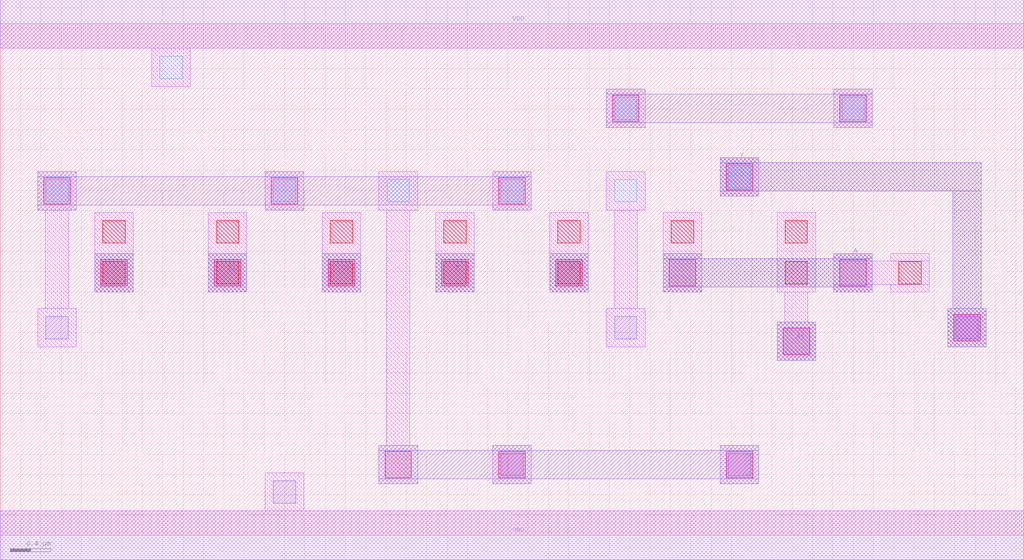
<source format=lef>
MACRO AOAAOI2122
 CLASS CORE ;
 FOREIGN AOAAOI2122 0 0 ;
 SIZE 10.08 BY 5.04 ;
 ORIGIN 0 0 ;
 SYMMETRY X Y R90 ;
 SITE unit ;
  PIN VDD
   DIRECTION INOUT ;
   USE POWER ;
   SHAPE ABUTMENT ;
    PORT
     CLASS CORE ;
       LAYER met1 ;
        RECT 0.00000000 4.80000000 10.08000000 5.28000000 ;
    END
  END VDD

  PIN GND
   DIRECTION INOUT ;
   USE POWER ;
   SHAPE ABUTMENT ;
    PORT
     CLASS CORE ;
       LAYER met1 ;
        RECT 0.00000000 -0.24000000 10.08000000 0.24000000 ;
    END
  END GND

  PIN Y
   DIRECTION INOUT ;
   USE SIGNAL ;
   SHAPE ABUTMENT ;
    PORT
     CLASS CORE ;
       LAYER met2 ;
        RECT 9.33000000 1.85700000 9.71000000 2.23700000 ;
        RECT 7.09000000 3.34200000 7.47000000 3.39200000 ;
        RECT 9.38000000 2.23700000 9.66000000 3.39200000 ;
        RECT 7.09000000 3.39200000 9.66000000 3.67200000 ;
        RECT 7.09000000 3.67200000 7.47000000 3.72200000 ;
    END
  END Y

  PIN A1
   DIRECTION INOUT ;
   USE SIGNAL ;
   SHAPE ABUTMENT ;
    PORT
     CLASS CORE ;
       LAYER met2 ;
        RECT 7.65000000 1.72200000 8.03000000 2.10200000 ;
    END
  END A1

  PIN C
   DIRECTION INOUT ;
   USE SIGNAL ;
   SHAPE ABUTMENT ;
    PORT
     CLASS CORE ;
       LAYER met2 ;
        RECT 4.29000000 2.39700000 4.67000000 2.77700000 ;
    END
  END C

  PIN D
   DIRECTION INOUT ;
   USE SIGNAL ;
   SHAPE ABUTMENT ;
    PORT
     CLASS CORE ;
       LAYER met2 ;
        RECT 0.93000000 2.39700000 1.31000000 2.77700000 ;
    END
  END D

  PIN D1
   DIRECTION INOUT ;
   USE SIGNAL ;
   SHAPE ABUTMENT ;
    PORT
     CLASS CORE ;
       LAYER met2 ;
        RECT 2.05000000 2.39700000 2.43000000 2.77700000 ;
    END
  END D1

  PIN A
   DIRECTION INOUT ;
   USE SIGNAL ;
   SHAPE ABUTMENT ;
    PORT
     CLASS CORE ;
       LAYER met2 ;
        RECT 6.53000000 2.39700000 6.91000000 2.44700000 ;
        RECT 8.21000000 2.39700000 8.59000000 2.44700000 ;
        RECT 6.53000000 2.44700000 8.59000000 2.72700000 ;
        RECT 6.53000000 2.72700000 6.91000000 2.77700000 ;
        RECT 8.21000000 2.72700000 8.59000000 2.77700000 ;
    END
  END A

  PIN B
   DIRECTION INOUT ;
   USE SIGNAL ;
   SHAPE ABUTMENT ;
    PORT
     CLASS CORE ;
       LAYER met2 ;
        RECT 5.41000000 2.39700000 5.79000000 2.77700000 ;
    END
  END B

  PIN C1
   DIRECTION INOUT ;
   USE SIGNAL ;
   SHAPE ABUTMENT ;
    PORT
     CLASS CORE ;
       LAYER met2 ;
        RECT 3.17000000 2.39700000 3.55000000 2.77700000 ;
    END
  END C1

 OBS
    LAYER polycont ;
     RECT 1.01000000 2.47700000 1.23000000 2.69700000 ;
     RECT 2.13000000 2.47700000 2.35000000 2.69700000 ;
     RECT 3.25000000 2.47700000 3.47000000 2.69700000 ;
     RECT 4.37000000 2.47700000 4.59000000 2.69700000 ;
     RECT 5.49000000 2.47700000 5.71000000 2.69700000 ;
     RECT 7.73000000 2.47700000 7.95000000 2.69700000 ;
     RECT 8.85000000 2.47700000 9.07000000 2.69700000 ;
     RECT 1.01000000 2.88200000 1.23000000 3.10200000 ;
     RECT 2.13000000 2.88200000 2.35000000 3.10200000 ;
     RECT 3.25000000 2.88200000 3.47000000 3.10200000 ;
     RECT 4.37000000 2.88200000 4.59000000 3.10200000 ;
     RECT 5.49000000 2.88200000 5.71000000 3.10200000 ;
     RECT 6.61000000 2.88200000 6.83000000 3.10200000 ;
     RECT 7.73000000 2.88200000 7.95000000 3.10200000 ;

    LAYER pdiffc ;
     RECT 0.45000000 3.28700000 0.67000000 3.50700000 ;
     RECT 2.69000000 3.28700000 2.91000000 3.50700000 ;
     RECT 3.81000000 3.28700000 4.03000000 3.50700000 ;
     RECT 4.93000000 3.28700000 5.15000000 3.50700000 ;
     RECT 6.05000000 3.28700000 6.27000000 3.50700000 ;
     RECT 7.17000000 3.42200000 7.39000000 3.64200000 ;
     RECT 6.05000000 4.09700000 6.27000000 4.31700000 ;
     RECT 8.29000000 4.09700000 8.51000000 4.31700000 ;
     RECT 1.57000000 4.50200000 1.79000000 4.72200000 ;

    LAYER ndiffc ;
     RECT 2.69000000 0.31700000 2.91000000 0.53700000 ;
     RECT 4.93000000 0.58700000 5.15000000 0.80700000 ;
     RECT 7.17000000 0.58700000 7.39000000 0.80700000 ;
     RECT 0.45000000 1.93700000 0.67000000 2.15700000 ;
     RECT 6.05000000 1.93700000 6.27000000 2.15700000 ;
     RECT 9.41000000 1.93700000 9.63000000 2.15700000 ;

    LAYER met1 ;
     RECT 0.00000000 -0.24000000 10.08000000 0.24000000 ;
     RECT 2.61000000 0.24000000 2.99000000 0.61700000 ;
     RECT 4.85000000 0.50700000 5.23000000 0.88700000 ;
     RECT 7.09000000 0.50700000 7.47000000 0.88700000 ;
     RECT 9.33000000 1.85700000 9.71000000 2.23700000 ;
     RECT 8.21000000 2.39700000 8.59000000 2.47200000 ;
     RECT 8.77000000 2.39700000 9.15000000 2.47200000 ;
     RECT 8.21000000 2.47200000 9.15000000 2.70200000 ;
     RECT 8.21000000 2.70200000 8.59000000 2.77700000 ;
     RECT 8.77000000 2.70200000 9.15000000 2.77700000 ;
     RECT 0.93000000 2.39700000 1.31000000 3.18200000 ;
     RECT 2.05000000 2.39700000 2.43000000 3.18200000 ;
     RECT 3.17000000 2.39700000 3.55000000 3.18200000 ;
     RECT 4.29000000 2.39700000 4.67000000 3.18200000 ;
     RECT 5.41000000 2.39700000 5.79000000 3.18200000 ;
     RECT 6.53000000 2.39700000 6.91000000 3.18200000 ;
     RECT 7.65000000 1.72200000 8.03000000 2.10200000 ;
     RECT 7.72500000 2.10200000 7.95500000 2.39700000 ;
     RECT 7.65000000 2.39700000 8.03000000 3.18200000 ;
     RECT 0.37000000 1.85700000 0.75000000 2.23700000 ;
     RECT 0.44500000 2.23700000 0.67500000 3.20700000 ;
     RECT 0.37000000 3.20700000 0.75000000 3.58700000 ;
     RECT 2.61000000 3.20700000 2.99000000 3.58700000 ;
     RECT 3.73000000 0.50700000 4.11000000 0.88700000 ;
     RECT 3.80500000 0.88700000 4.03500000 3.20700000 ;
     RECT 3.73000000 3.20700000 4.11000000 3.58700000 ;
     RECT 4.85000000 3.20700000 5.23000000 3.58700000 ;
     RECT 5.97000000 1.85700000 6.35000000 2.23700000 ;
     RECT 6.04500000 2.23700000 6.27500000 3.20700000 ;
     RECT 5.97000000 3.20700000 6.35000000 3.58700000 ;
     RECT 7.09000000 3.34200000 7.47000000 3.72200000 ;
     RECT 5.97000000 4.01700000 6.35000000 4.39700000 ;
     RECT 8.21000000 4.01700000 8.59000000 4.39700000 ;
     RECT 1.49000000 4.42200000 1.87000000 4.80000000 ;
     RECT 0.00000000 4.80000000 10.08000000 5.28000000 ;

    LAYER via1 ;
     RECT 3.79000000 0.56700000 4.05000000 0.82700000 ;
     RECT 4.91000000 0.56700000 5.17000000 0.82700000 ;
     RECT 7.15000000 0.56700000 7.41000000 0.82700000 ;
     RECT 7.71000000 1.78200000 7.97000000 2.04200000 ;
     RECT 9.39000000 1.91700000 9.65000000 2.17700000 ;
     RECT 0.99000000 2.45700000 1.25000000 2.71700000 ;
     RECT 2.11000000 2.45700000 2.37000000 2.71700000 ;
     RECT 3.23000000 2.45700000 3.49000000 2.71700000 ;
     RECT 4.35000000 2.45700000 4.61000000 2.71700000 ;
     RECT 5.47000000 2.45700000 5.73000000 2.71700000 ;
     RECT 6.59000000 2.45700000 6.85000000 2.71700000 ;
     RECT 8.27000000 2.45700000 8.53000000 2.71700000 ;
     RECT 0.43000000 3.26700000 0.69000000 3.52700000 ;
     RECT 2.67000000 3.26700000 2.93000000 3.52700000 ;
     RECT 4.91000000 3.26700000 5.17000000 3.52700000 ;
     RECT 7.15000000 3.40200000 7.41000000 3.66200000 ;
     RECT 6.03000000 4.07700000 6.29000000 4.33700000 ;
     RECT 8.27000000 4.07700000 8.53000000 4.33700000 ;

    LAYER met2 ;
     RECT 3.73000000 0.50700000 4.11000000 0.55700000 ;
     RECT 4.85000000 0.50700000 5.23000000 0.55700000 ;
     RECT 7.09000000 0.50700000 7.47000000 0.55700000 ;
     RECT 3.73000000 0.55700000 7.47000000 0.83700000 ;
     RECT 3.73000000 0.83700000 4.11000000 0.88700000 ;
     RECT 4.85000000 0.83700000 5.23000000 0.88700000 ;
     RECT 7.09000000 0.83700000 7.47000000 0.88700000 ;
     RECT 7.65000000 1.72200000 8.03000000 2.10200000 ;
     RECT 0.93000000 2.39700000 1.31000000 2.77700000 ;
     RECT 2.05000000 2.39700000 2.43000000 2.77700000 ;
     RECT 3.17000000 2.39700000 3.55000000 2.77700000 ;
     RECT 4.29000000 2.39700000 4.67000000 2.77700000 ;
     RECT 5.41000000 2.39700000 5.79000000 2.77700000 ;
     RECT 6.53000000 2.39700000 6.91000000 2.44700000 ;
     RECT 8.21000000 2.39700000 8.59000000 2.44700000 ;
     RECT 6.53000000 2.44700000 8.59000000 2.72700000 ;
     RECT 6.53000000 2.72700000 6.91000000 2.77700000 ;
     RECT 8.21000000 2.72700000 8.59000000 2.77700000 ;
     RECT 0.37000000 3.20700000 0.75000000 3.25700000 ;
     RECT 2.61000000 3.20700000 2.99000000 3.25700000 ;
     RECT 4.85000000 3.20700000 5.23000000 3.25700000 ;
     RECT 0.37000000 3.25700000 5.23000000 3.53700000 ;
     RECT 0.37000000 3.53700000 0.75000000 3.58700000 ;
     RECT 2.61000000 3.53700000 2.99000000 3.58700000 ;
     RECT 4.85000000 3.53700000 5.23000000 3.58700000 ;
     RECT 9.33000000 1.85700000 9.71000000 2.23700000 ;
     RECT 7.09000000 3.34200000 7.47000000 3.39200000 ;
     RECT 9.38000000 2.23700000 9.66000000 3.39200000 ;
     RECT 7.09000000 3.39200000 9.66000000 3.67200000 ;
     RECT 7.09000000 3.67200000 7.47000000 3.72200000 ;
     RECT 5.97000000 4.01700000 6.35000000 4.06700000 ;
     RECT 8.21000000 4.01700000 8.59000000 4.06700000 ;
     RECT 5.97000000 4.06700000 8.59000000 4.34700000 ;
     RECT 5.97000000 4.34700000 6.35000000 4.39700000 ;
     RECT 8.21000000 4.34700000 8.59000000 4.39700000 ;

 END
END AOAAOI2122

</source>
